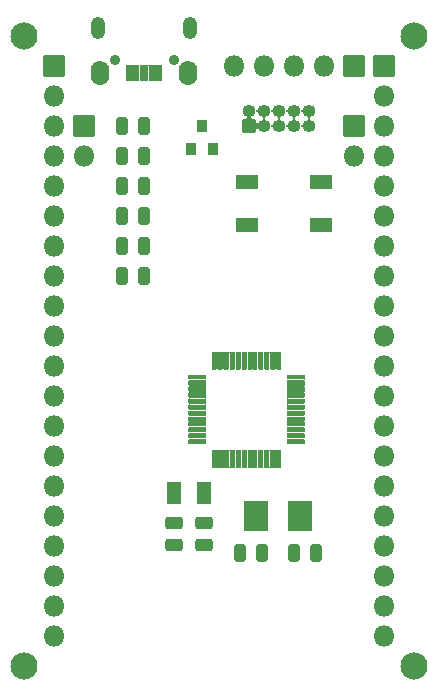
<source format=gbr>
G04 #@! TF.GenerationSoftware,KiCad,Pcbnew,7.0.1*
G04 #@! TF.CreationDate,2023-03-26T18:23:23+02:00*
G04 #@! TF.ProjectId,stm32{C_G}xxxCx_board,73746d33-327b-4432-9c47-7d7878784378,rev?*
G04 #@! TF.SameCoordinates,Original*
G04 #@! TF.FileFunction,Soldermask,Top*
G04 #@! TF.FilePolarity,Negative*
%FSLAX46Y46*%
G04 Gerber Fmt 4.6, Leading zero omitted, Abs format (unit mm)*
G04 Created by KiCad (PCBNEW 7.0.1) date 2023-03-26 18:23:23*
%MOMM*%
%LPD*%
G01*
G04 APERTURE LIST*
G04 Aperture macros list*
%AMRoundRect*
0 Rectangle with rounded corners*
0 $1 Rounding radius*
0 $2 $3 $4 $5 $6 $7 $8 $9 X,Y pos of 4 corners*
0 Add a 4 corners polygon primitive as box body*
4,1,4,$2,$3,$4,$5,$6,$7,$8,$9,$2,$3,0*
0 Add four circle primitives for the rounded corners*
1,1,$1+$1,$2,$3*
1,1,$1+$1,$4,$5*
1,1,$1+$1,$6,$7*
1,1,$1+$1,$8,$9*
0 Add four rect primitives between the rounded corners*
20,1,$1+$1,$2,$3,$4,$5,0*
20,1,$1+$1,$4,$5,$6,$7,0*
20,1,$1+$1,$6,$7,$8,$9,0*
20,1,$1+$1,$8,$9,$2,$3,0*%
G04 Aperture macros list end*
%ADD10RoundRect,0.051000X-0.850000X-0.850000X0.850000X-0.850000X0.850000X0.850000X-0.850000X0.850000X0*%
%ADD11O,1.802000X1.802000*%
%ADD12RoundRect,0.051000X0.400000X-0.450000X0.400000X0.450000X-0.400000X0.450000X-0.400000X-0.450000X0*%
%ADD13RoundRect,0.294750X-0.243750X-0.456250X0.243750X-0.456250X0.243750X0.456250X-0.243750X0.456250X0*%
%ADD14RoundRect,0.051000X-0.850000X0.850000X-0.850000X-0.850000X0.850000X-0.850000X0.850000X0.850000X0*%
%ADD15RoundRect,0.051000X0.500000X-0.500000X0.500000X0.500000X-0.500000X0.500000X-0.500000X-0.500000X0*%
%ADD16O,1.102000X1.102000*%
%ADD17RoundRect,0.051000X0.900000X0.550000X-0.900000X0.550000X-0.900000X-0.550000X0.900000X-0.550000X0*%
%ADD18RoundRect,0.294750X0.243750X0.456250X-0.243750X0.456250X-0.243750X-0.456250X0.243750X-0.456250X0*%
%ADD19RoundRect,0.294750X-0.456250X0.243750X-0.456250X-0.243750X0.456250X-0.243750X0.456250X0.243750X0*%
%ADD20C,2.302000*%
%ADD21RoundRect,0.051000X-0.500000X-0.900000X0.500000X-0.900000X0.500000X0.900000X-0.500000X0.900000X0*%
%ADD22RoundRect,0.051000X-1.000000X-1.200000X1.000000X-1.200000X1.000000X1.200000X-1.000000X1.200000X0*%
%ADD23O,0.902000X0.902000*%
%ADD24RoundRect,0.051000X0.225000X0.650000X-0.225000X0.650000X-0.225000X-0.650000X0.225000X-0.650000X0*%
%ADD25O,1.252000X1.902000*%
%ADD26O,1.552000X2.102000*%
%ADD27RoundRect,0.126000X0.075000X-0.662500X0.075000X0.662500X-0.075000X0.662500X-0.075000X-0.662500X0*%
%ADD28RoundRect,0.126000X0.662500X-0.075000X0.662500X0.075000X-0.662500X0.075000X-0.662500X-0.075000X0*%
G04 APERTURE END LIST*
D10*
X137160000Y-55880000D03*
D11*
X137160000Y-58420000D03*
X137160000Y-60960000D03*
X137160000Y-63500000D03*
X137160000Y-66040000D03*
X137160000Y-68580000D03*
X137160000Y-71120000D03*
X137160000Y-73660000D03*
X137160000Y-76200000D03*
X137160000Y-78740000D03*
X137160000Y-81280000D03*
X137160000Y-83820000D03*
X137160000Y-86360000D03*
X137160000Y-88900000D03*
X137160000Y-91440000D03*
X137160000Y-93980000D03*
X137160000Y-96520000D03*
X137160000Y-99060000D03*
X137160000Y-101600000D03*
X137160000Y-104140000D03*
D10*
X165100000Y-55880000D03*
D11*
X165100000Y-58420000D03*
X165100000Y-60960000D03*
X165100000Y-63500000D03*
X165100000Y-66040000D03*
X165100000Y-68580000D03*
X165100000Y-71120000D03*
X165100000Y-73660000D03*
X165100000Y-76200000D03*
X165100000Y-78740000D03*
X165100000Y-81280000D03*
X165100000Y-83820000D03*
X165100000Y-86360000D03*
X165100000Y-88900000D03*
X165100000Y-91440000D03*
X165100000Y-93980000D03*
X165100000Y-96520000D03*
X165100000Y-99060000D03*
X165100000Y-101600000D03*
X165100000Y-104140000D03*
D12*
X148722000Y-62960000D03*
X150622000Y-62960000D03*
X149672000Y-60960000D03*
D13*
X142904500Y-63500000D03*
X144779500Y-63500000D03*
X142904500Y-60960000D03*
X144779500Y-60960000D03*
D14*
X162560000Y-55880000D03*
D11*
X160020000Y-55880000D03*
X157480000Y-55880000D03*
X154940000Y-55880000D03*
X152400000Y-55880000D03*
D10*
X162560000Y-60960000D03*
D11*
X162560000Y-63500000D03*
D10*
X139700000Y-60960000D03*
D11*
X139700000Y-63500000D03*
D13*
X142904500Y-71120000D03*
X144779500Y-71120000D03*
X142904500Y-73660000D03*
X144779500Y-73660000D03*
D15*
X153670000Y-60960000D03*
D16*
X153670000Y-59690000D03*
X154940000Y-60960000D03*
X154940000Y-59690000D03*
X156210000Y-60960000D03*
X156210000Y-59690000D03*
X157480000Y-60960000D03*
X157480000Y-59690000D03*
X158750000Y-60960000D03*
X158750000Y-59690000D03*
D17*
X159785000Y-69390000D03*
X153485000Y-69390000D03*
X159785000Y-65690000D03*
X153485000Y-65690000D03*
D18*
X144779500Y-68580000D03*
X142904500Y-68580000D03*
X144779500Y-66040000D03*
X142904500Y-66040000D03*
X159355000Y-97155000D03*
X157480000Y-97155000D03*
D19*
X147320000Y-94615000D03*
X147320000Y-96490000D03*
X149860000Y-94615000D03*
X149860000Y-96490000D03*
D13*
X152908000Y-97155000D03*
X154783000Y-97155000D03*
D20*
X134620000Y-106680000D03*
X167640000Y-53340000D03*
X134620000Y-53340000D03*
X167640000Y-106680000D03*
D21*
X147340000Y-92075000D03*
X149840000Y-92075000D03*
D22*
X154300000Y-93980000D03*
X158000000Y-93980000D03*
D23*
X147280000Y-55410000D03*
X142280000Y-55410000D03*
D24*
X146080000Y-56510000D03*
X145430000Y-56510000D03*
X144780000Y-56510000D03*
X144130000Y-56510000D03*
X143480000Y-56510000D03*
D25*
X148655000Y-52660000D03*
D26*
X148505000Y-56460000D03*
X141055000Y-56460000D03*
D25*
X140905000Y-52660000D03*
D27*
X150710000Y-89157500D03*
X151210000Y-89157500D03*
X151710000Y-89157500D03*
X152210000Y-89157500D03*
X152710000Y-89157500D03*
X153210000Y-89157500D03*
X153710000Y-89157500D03*
X154210000Y-89157500D03*
X154710000Y-89157500D03*
X155210000Y-89157500D03*
X155710000Y-89157500D03*
X156210000Y-89157500D03*
D28*
X157622500Y-87745000D03*
X157622500Y-87245000D03*
X157622500Y-86745000D03*
X157622500Y-86245000D03*
X157622500Y-85745000D03*
X157622500Y-85245000D03*
X157622500Y-84745000D03*
X157622500Y-84245000D03*
X157622500Y-83745000D03*
X157622500Y-83245000D03*
X157622500Y-82745000D03*
X157622500Y-82245000D03*
D27*
X156210000Y-80832500D03*
X155710000Y-80832500D03*
X155210000Y-80832500D03*
X154710000Y-80832500D03*
X154210000Y-80832500D03*
X153710000Y-80832500D03*
X153210000Y-80832500D03*
X152710000Y-80832500D03*
X152210000Y-80832500D03*
X151710000Y-80832500D03*
X151210000Y-80832500D03*
X150710000Y-80832500D03*
D28*
X149297500Y-82245000D03*
X149297500Y-82745000D03*
X149297500Y-83245000D03*
X149297500Y-83745000D03*
X149297500Y-84245000D03*
X149297500Y-84745000D03*
X149297500Y-85245000D03*
X149297500Y-85745000D03*
X149297500Y-86245000D03*
X149297500Y-86745000D03*
X149297500Y-87245000D03*
X149297500Y-87745000D03*
G36*
X156044314Y-88410477D02*
G01*
X156044083Y-88412231D01*
X156020475Y-88447561D01*
X156011000Y-88495199D01*
X156011000Y-89819801D01*
X156020475Y-89867438D01*
X156044082Y-89902768D01*
X156044313Y-89904522D01*
X156043062Y-89905773D01*
X156041308Y-89905542D01*
X155997309Y-89876143D01*
X155922687Y-89876143D01*
X155878693Y-89905538D01*
X155876939Y-89905769D01*
X155875688Y-89904518D01*
X155875919Y-89902764D01*
X155899524Y-89867438D01*
X155909000Y-89819801D01*
X155909000Y-88495199D01*
X155899524Y-88447561D01*
X155875917Y-88412231D01*
X155875686Y-88410477D01*
X155876937Y-88409226D01*
X155878691Y-88409457D01*
X155922689Y-88438856D01*
X155997311Y-88438856D01*
X156041309Y-88409457D01*
X156043063Y-88409226D01*
X156044314Y-88410477D01*
G37*
G36*
X155544314Y-88410477D02*
G01*
X155544083Y-88412231D01*
X155520475Y-88447561D01*
X155511000Y-88495199D01*
X155511000Y-89819801D01*
X155520475Y-89867438D01*
X155544082Y-89902768D01*
X155544313Y-89904522D01*
X155543062Y-89905773D01*
X155541308Y-89905542D01*
X155497309Y-89876143D01*
X155422687Y-89876143D01*
X155378693Y-89905538D01*
X155376939Y-89905769D01*
X155375688Y-89904518D01*
X155375919Y-89902764D01*
X155399524Y-89867438D01*
X155409000Y-89819801D01*
X155409000Y-88495199D01*
X155399524Y-88447561D01*
X155375917Y-88412231D01*
X155375686Y-88410477D01*
X155376937Y-88409226D01*
X155378691Y-88409457D01*
X155422689Y-88438856D01*
X155497311Y-88438856D01*
X155541309Y-88409457D01*
X155543063Y-88409226D01*
X155544314Y-88410477D01*
G37*
G36*
X155044314Y-88410477D02*
G01*
X155044083Y-88412231D01*
X155020475Y-88447561D01*
X155011000Y-88495199D01*
X155011000Y-89819801D01*
X155020475Y-89867438D01*
X155044082Y-89902768D01*
X155044313Y-89904522D01*
X155043062Y-89905773D01*
X155041308Y-89905542D01*
X154997309Y-89876143D01*
X154922687Y-89876143D01*
X154878693Y-89905538D01*
X154876939Y-89905769D01*
X154875688Y-89904518D01*
X154875919Y-89902764D01*
X154899524Y-89867438D01*
X154909000Y-89819801D01*
X154909000Y-88495199D01*
X154899524Y-88447561D01*
X154875917Y-88412231D01*
X154875686Y-88410477D01*
X154876937Y-88409226D01*
X154878691Y-88409457D01*
X154922689Y-88438856D01*
X154997311Y-88438856D01*
X155041309Y-88409457D01*
X155043063Y-88409226D01*
X155044314Y-88410477D01*
G37*
G36*
X154544314Y-88410477D02*
G01*
X154544083Y-88412231D01*
X154520475Y-88447561D01*
X154511000Y-88495199D01*
X154511000Y-89819801D01*
X154520475Y-89867438D01*
X154544082Y-89902768D01*
X154544313Y-89904522D01*
X154543062Y-89905773D01*
X154541308Y-89905542D01*
X154497309Y-89876143D01*
X154422687Y-89876143D01*
X154378693Y-89905538D01*
X154376939Y-89905769D01*
X154375688Y-89904518D01*
X154375919Y-89902764D01*
X154399524Y-89867438D01*
X154409000Y-89819801D01*
X154409000Y-88495199D01*
X154399524Y-88447561D01*
X154375917Y-88412231D01*
X154375686Y-88410477D01*
X154376937Y-88409226D01*
X154378691Y-88409457D01*
X154422689Y-88438856D01*
X154497311Y-88438856D01*
X154541309Y-88409457D01*
X154543063Y-88409226D01*
X154544314Y-88410477D01*
G37*
G36*
X154044314Y-88410477D02*
G01*
X154044083Y-88412231D01*
X154020475Y-88447561D01*
X154011000Y-88495199D01*
X154011000Y-89819801D01*
X154020475Y-89867438D01*
X154044082Y-89902768D01*
X154044313Y-89904522D01*
X154043062Y-89905773D01*
X154041308Y-89905542D01*
X153997309Y-89876143D01*
X153922687Y-89876143D01*
X153878693Y-89905538D01*
X153876939Y-89905769D01*
X153875688Y-89904518D01*
X153875919Y-89902764D01*
X153899524Y-89867438D01*
X153909000Y-89819801D01*
X153909000Y-88495199D01*
X153899524Y-88447561D01*
X153875917Y-88412231D01*
X153875686Y-88410477D01*
X153876937Y-88409226D01*
X153878691Y-88409457D01*
X153922689Y-88438856D01*
X153997311Y-88438856D01*
X154041309Y-88409457D01*
X154043063Y-88409226D01*
X154044314Y-88410477D01*
G37*
G36*
X153544314Y-88410477D02*
G01*
X153544083Y-88412231D01*
X153520475Y-88447561D01*
X153511000Y-88495199D01*
X153511000Y-89819801D01*
X153520475Y-89867438D01*
X153544082Y-89902768D01*
X153544313Y-89904522D01*
X153543062Y-89905773D01*
X153541308Y-89905542D01*
X153497309Y-89876143D01*
X153422687Y-89876143D01*
X153378693Y-89905538D01*
X153376939Y-89905769D01*
X153375688Y-89904518D01*
X153375919Y-89902764D01*
X153399524Y-89867438D01*
X153409000Y-89819801D01*
X153409000Y-88495199D01*
X153399524Y-88447561D01*
X153375917Y-88412231D01*
X153375686Y-88410477D01*
X153376937Y-88409226D01*
X153378691Y-88409457D01*
X153422689Y-88438856D01*
X153497311Y-88438856D01*
X153541309Y-88409457D01*
X153543063Y-88409226D01*
X153544314Y-88410477D01*
G37*
G36*
X153044314Y-88410477D02*
G01*
X153044083Y-88412231D01*
X153020475Y-88447561D01*
X153011000Y-88495199D01*
X153011000Y-89819801D01*
X153020475Y-89867438D01*
X153044082Y-89902768D01*
X153044313Y-89904522D01*
X153043062Y-89905773D01*
X153041308Y-89905542D01*
X152997309Y-89876143D01*
X152922687Y-89876143D01*
X152878693Y-89905538D01*
X152876939Y-89905769D01*
X152875688Y-89904518D01*
X152875919Y-89902764D01*
X152899524Y-89867438D01*
X152909000Y-89819801D01*
X152909000Y-88495199D01*
X152899524Y-88447561D01*
X152875917Y-88412231D01*
X152875686Y-88410477D01*
X152876937Y-88409226D01*
X152878691Y-88409457D01*
X152922689Y-88438856D01*
X152997311Y-88438856D01*
X153041309Y-88409457D01*
X153043063Y-88409226D01*
X153044314Y-88410477D01*
G37*
G36*
X152544314Y-88410477D02*
G01*
X152544083Y-88412231D01*
X152520475Y-88447561D01*
X152511000Y-88495199D01*
X152511000Y-89819801D01*
X152520475Y-89867438D01*
X152544082Y-89902768D01*
X152544313Y-89904522D01*
X152543062Y-89905773D01*
X152541308Y-89905542D01*
X152497309Y-89876143D01*
X152422687Y-89876143D01*
X152378693Y-89905538D01*
X152376939Y-89905769D01*
X152375688Y-89904518D01*
X152375919Y-89902764D01*
X152399524Y-89867438D01*
X152409000Y-89819801D01*
X152409000Y-88495199D01*
X152399524Y-88447561D01*
X152375917Y-88412231D01*
X152375686Y-88410477D01*
X152376937Y-88409226D01*
X152378691Y-88409457D01*
X152422689Y-88438856D01*
X152497311Y-88438856D01*
X152541309Y-88409457D01*
X152543063Y-88409226D01*
X152544314Y-88410477D01*
G37*
G36*
X152044314Y-88410477D02*
G01*
X152044083Y-88412231D01*
X152020475Y-88447561D01*
X152011000Y-88495199D01*
X152011000Y-89819801D01*
X152020475Y-89867438D01*
X152044082Y-89902768D01*
X152044313Y-89904522D01*
X152043062Y-89905773D01*
X152041308Y-89905542D01*
X151997309Y-89876143D01*
X151922687Y-89876143D01*
X151878693Y-89905538D01*
X151876939Y-89905769D01*
X151875688Y-89904518D01*
X151875919Y-89902764D01*
X151899524Y-89867438D01*
X151909000Y-89819801D01*
X151909000Y-88495199D01*
X151899524Y-88447561D01*
X151875917Y-88412231D01*
X151875686Y-88410477D01*
X151876937Y-88409226D01*
X151878691Y-88409457D01*
X151922689Y-88438856D01*
X151997311Y-88438856D01*
X152041309Y-88409457D01*
X152043063Y-88409226D01*
X152044314Y-88410477D01*
G37*
G36*
X151544314Y-88410477D02*
G01*
X151544083Y-88412231D01*
X151520475Y-88447561D01*
X151511000Y-88495199D01*
X151511000Y-89819801D01*
X151520475Y-89867438D01*
X151544082Y-89902768D01*
X151544313Y-89904522D01*
X151543062Y-89905773D01*
X151541308Y-89905542D01*
X151497309Y-89876143D01*
X151422687Y-89876143D01*
X151378693Y-89905538D01*
X151376939Y-89905769D01*
X151375688Y-89904518D01*
X151375919Y-89902764D01*
X151399524Y-89867438D01*
X151409000Y-89819801D01*
X151409000Y-88495199D01*
X151399524Y-88447561D01*
X151375917Y-88412231D01*
X151375686Y-88410477D01*
X151376937Y-88409226D01*
X151378691Y-88409457D01*
X151422689Y-88438856D01*
X151497311Y-88438856D01*
X151541309Y-88409457D01*
X151543063Y-88409226D01*
X151544314Y-88410477D01*
G37*
G36*
X151044314Y-88410477D02*
G01*
X151044083Y-88412231D01*
X151020475Y-88447561D01*
X151011000Y-88495199D01*
X151011000Y-89819801D01*
X151020475Y-89867438D01*
X151044082Y-89902768D01*
X151044313Y-89904522D01*
X151043062Y-89905773D01*
X151041308Y-89905542D01*
X150997309Y-89876143D01*
X150922687Y-89876143D01*
X150878693Y-89905538D01*
X150876939Y-89905769D01*
X150875688Y-89904518D01*
X150875919Y-89902764D01*
X150899524Y-89867438D01*
X150909000Y-89819801D01*
X150909000Y-88495199D01*
X150899524Y-88447561D01*
X150875917Y-88412231D01*
X150875686Y-88410477D01*
X150876937Y-88409226D01*
X150878691Y-88409457D01*
X150922689Y-88438856D01*
X150997311Y-88438856D01*
X151041309Y-88409457D01*
X151043063Y-88409226D01*
X151044314Y-88410477D01*
G37*
G36*
X156877231Y-87410917D02*
G01*
X156912561Y-87434524D01*
X156960199Y-87444000D01*
X158284801Y-87444000D01*
X158332438Y-87434524D01*
X158367765Y-87410919D01*
X158369519Y-87410688D01*
X158370770Y-87411939D01*
X158370539Y-87413693D01*
X158341143Y-87457689D01*
X158341143Y-87532311D01*
X158370539Y-87576307D01*
X158370770Y-87578061D01*
X158369519Y-87579312D01*
X158367765Y-87579081D01*
X158332438Y-87555475D01*
X158284801Y-87546000D01*
X156960199Y-87546000D01*
X156912561Y-87555475D01*
X156877231Y-87579083D01*
X156875477Y-87579314D01*
X156874226Y-87578063D01*
X156874457Y-87576309D01*
X156903856Y-87532311D01*
X156903856Y-87457689D01*
X156874457Y-87413691D01*
X156874226Y-87411937D01*
X156875477Y-87410686D01*
X156877231Y-87410917D01*
G37*
G36*
X148552231Y-87410917D02*
G01*
X148587561Y-87434524D01*
X148635199Y-87444000D01*
X149959801Y-87444000D01*
X150007438Y-87434524D01*
X150042765Y-87410919D01*
X150044519Y-87410688D01*
X150045770Y-87411939D01*
X150045539Y-87413693D01*
X150016143Y-87457689D01*
X150016143Y-87532311D01*
X150045539Y-87576307D01*
X150045770Y-87578061D01*
X150044519Y-87579312D01*
X150042765Y-87579081D01*
X150007438Y-87555475D01*
X149959801Y-87546000D01*
X148635199Y-87546000D01*
X148587561Y-87555475D01*
X148552231Y-87579083D01*
X148550477Y-87579314D01*
X148549226Y-87578063D01*
X148549457Y-87576309D01*
X148578856Y-87532311D01*
X148578856Y-87457689D01*
X148549457Y-87413691D01*
X148549226Y-87411937D01*
X148550477Y-87410686D01*
X148552231Y-87410917D01*
G37*
G36*
X156877233Y-86910918D02*
G01*
X156912561Y-86934524D01*
X156960199Y-86944000D01*
X158284801Y-86944000D01*
X158332438Y-86934524D01*
X158367763Y-86910920D01*
X158369517Y-86910689D01*
X158370768Y-86911940D01*
X158370537Y-86913694D01*
X158341143Y-86957687D01*
X158341143Y-87032309D01*
X158370542Y-87076308D01*
X158370773Y-87078062D01*
X158369522Y-87079313D01*
X158367768Y-87079082D01*
X158332438Y-87055475D01*
X158284801Y-87046000D01*
X156960199Y-87046000D01*
X156912561Y-87055475D01*
X156877230Y-87079083D01*
X156875476Y-87079314D01*
X156874225Y-87078063D01*
X156874456Y-87076309D01*
X156903856Y-87032309D01*
X156903856Y-86957688D01*
X156874459Y-86913692D01*
X156874228Y-86911938D01*
X156875479Y-86910687D01*
X156877233Y-86910918D01*
G37*
G36*
X148552233Y-86910918D02*
G01*
X148587561Y-86934524D01*
X148635199Y-86944000D01*
X149959801Y-86944000D01*
X150007438Y-86934524D01*
X150042763Y-86910920D01*
X150044517Y-86910689D01*
X150045768Y-86911940D01*
X150045537Y-86913694D01*
X150016143Y-86957687D01*
X150016143Y-87032309D01*
X150045542Y-87076308D01*
X150045773Y-87078062D01*
X150044522Y-87079313D01*
X150042768Y-87079082D01*
X150007438Y-87055475D01*
X149959801Y-87046000D01*
X148635199Y-87046000D01*
X148587561Y-87055475D01*
X148552230Y-87079083D01*
X148550476Y-87079314D01*
X148549225Y-87078063D01*
X148549456Y-87076309D01*
X148578856Y-87032309D01*
X148578856Y-86957688D01*
X148549459Y-86913692D01*
X148549228Y-86911938D01*
X148550479Y-86910687D01*
X148552233Y-86910918D01*
G37*
G36*
X156877233Y-86410918D02*
G01*
X156912561Y-86434524D01*
X156960199Y-86444000D01*
X158284801Y-86444000D01*
X158332438Y-86434524D01*
X158367763Y-86410920D01*
X158369517Y-86410689D01*
X158370768Y-86411940D01*
X158370537Y-86413694D01*
X158341143Y-86457687D01*
X158341143Y-86532309D01*
X158370542Y-86576308D01*
X158370773Y-86578062D01*
X158369522Y-86579313D01*
X158367768Y-86579082D01*
X158332438Y-86555475D01*
X158284801Y-86546000D01*
X156960199Y-86546000D01*
X156912561Y-86555475D01*
X156877230Y-86579083D01*
X156875476Y-86579314D01*
X156874225Y-86578063D01*
X156874456Y-86576309D01*
X156903856Y-86532309D01*
X156903856Y-86457688D01*
X156874459Y-86413692D01*
X156874228Y-86411938D01*
X156875479Y-86410687D01*
X156877233Y-86410918D01*
G37*
G36*
X148552233Y-86410918D02*
G01*
X148587561Y-86434524D01*
X148635199Y-86444000D01*
X149959801Y-86444000D01*
X150007438Y-86434524D01*
X150042763Y-86410920D01*
X150044517Y-86410689D01*
X150045768Y-86411940D01*
X150045537Y-86413694D01*
X150016143Y-86457687D01*
X150016143Y-86532309D01*
X150045542Y-86576308D01*
X150045773Y-86578062D01*
X150044522Y-86579313D01*
X150042768Y-86579082D01*
X150007438Y-86555475D01*
X149959801Y-86546000D01*
X148635199Y-86546000D01*
X148587561Y-86555475D01*
X148552230Y-86579083D01*
X148550476Y-86579314D01*
X148549225Y-86578063D01*
X148549456Y-86576309D01*
X148578856Y-86532309D01*
X148578856Y-86457688D01*
X148549459Y-86413692D01*
X148549228Y-86411938D01*
X148550479Y-86410687D01*
X148552233Y-86410918D01*
G37*
G36*
X156877231Y-85910917D02*
G01*
X156912561Y-85934524D01*
X156960199Y-85944000D01*
X158284801Y-85944000D01*
X158332438Y-85934524D01*
X158367765Y-85910919D01*
X158369519Y-85910688D01*
X158370770Y-85911939D01*
X158370539Y-85913693D01*
X158341143Y-85957689D01*
X158341143Y-86032311D01*
X158370539Y-86076307D01*
X158370770Y-86078061D01*
X158369519Y-86079312D01*
X158367765Y-86079081D01*
X158332438Y-86055475D01*
X158284801Y-86046000D01*
X156960199Y-86046000D01*
X156912561Y-86055475D01*
X156877231Y-86079083D01*
X156875477Y-86079314D01*
X156874226Y-86078063D01*
X156874457Y-86076309D01*
X156903856Y-86032311D01*
X156903856Y-85957689D01*
X156874457Y-85913691D01*
X156874226Y-85911937D01*
X156875477Y-85910686D01*
X156877231Y-85910917D01*
G37*
G36*
X148552231Y-85910917D02*
G01*
X148587561Y-85934524D01*
X148635199Y-85944000D01*
X149959801Y-85944000D01*
X150007438Y-85934524D01*
X150042765Y-85910919D01*
X150044519Y-85910688D01*
X150045770Y-85911939D01*
X150045539Y-85913693D01*
X150016143Y-85957689D01*
X150016143Y-86032311D01*
X150045539Y-86076307D01*
X150045770Y-86078061D01*
X150044519Y-86079312D01*
X150042765Y-86079081D01*
X150007438Y-86055475D01*
X149959801Y-86046000D01*
X148635199Y-86046000D01*
X148587561Y-86055475D01*
X148552231Y-86079083D01*
X148550477Y-86079314D01*
X148549226Y-86078063D01*
X148549457Y-86076309D01*
X148578856Y-86032311D01*
X148578856Y-85957689D01*
X148549457Y-85913691D01*
X148549226Y-85911937D01*
X148550477Y-85910686D01*
X148552231Y-85910917D01*
G37*
G36*
X156877231Y-85410917D02*
G01*
X156912561Y-85434524D01*
X156960199Y-85444000D01*
X158284801Y-85444000D01*
X158332438Y-85434524D01*
X158367765Y-85410919D01*
X158369519Y-85410688D01*
X158370770Y-85411939D01*
X158370539Y-85413693D01*
X158341143Y-85457689D01*
X158341143Y-85532311D01*
X158370539Y-85576307D01*
X158370770Y-85578061D01*
X158369519Y-85579312D01*
X158367765Y-85579081D01*
X158332438Y-85555475D01*
X158284801Y-85546000D01*
X156960199Y-85546000D01*
X156912561Y-85555475D01*
X156877231Y-85579083D01*
X156875477Y-85579314D01*
X156874226Y-85578063D01*
X156874457Y-85576309D01*
X156903856Y-85532311D01*
X156903856Y-85457689D01*
X156874457Y-85413691D01*
X156874226Y-85411937D01*
X156875477Y-85410686D01*
X156877231Y-85410917D01*
G37*
G36*
X148552231Y-85410917D02*
G01*
X148587561Y-85434524D01*
X148635199Y-85444000D01*
X149959801Y-85444000D01*
X150007438Y-85434524D01*
X150042765Y-85410919D01*
X150044519Y-85410688D01*
X150045770Y-85411939D01*
X150045539Y-85413693D01*
X150016143Y-85457689D01*
X150016143Y-85532311D01*
X150045539Y-85576307D01*
X150045770Y-85578061D01*
X150044519Y-85579312D01*
X150042765Y-85579081D01*
X150007438Y-85555475D01*
X149959801Y-85546000D01*
X148635199Y-85546000D01*
X148587561Y-85555475D01*
X148552231Y-85579083D01*
X148550477Y-85579314D01*
X148549226Y-85578063D01*
X148549457Y-85576309D01*
X148578856Y-85532311D01*
X148578856Y-85457689D01*
X148549457Y-85413691D01*
X148549226Y-85411937D01*
X148550477Y-85410686D01*
X148552231Y-85410917D01*
G37*
G36*
X156877233Y-84910918D02*
G01*
X156912561Y-84934524D01*
X156960199Y-84944000D01*
X158284801Y-84944000D01*
X158332438Y-84934524D01*
X158367763Y-84910920D01*
X158369517Y-84910689D01*
X158370768Y-84911940D01*
X158370537Y-84913694D01*
X158341143Y-84957687D01*
X158341143Y-85032309D01*
X158370542Y-85076308D01*
X158370773Y-85078062D01*
X158369522Y-85079313D01*
X158367768Y-85079082D01*
X158332438Y-85055475D01*
X158284801Y-85046000D01*
X156960199Y-85046000D01*
X156912561Y-85055475D01*
X156877230Y-85079083D01*
X156875476Y-85079314D01*
X156874225Y-85078063D01*
X156874456Y-85076309D01*
X156903856Y-85032309D01*
X156903856Y-84957688D01*
X156874459Y-84913692D01*
X156874228Y-84911938D01*
X156875479Y-84910687D01*
X156877233Y-84910918D01*
G37*
G36*
X148552233Y-84910918D02*
G01*
X148587561Y-84934524D01*
X148635199Y-84944000D01*
X149959801Y-84944000D01*
X150007438Y-84934524D01*
X150042763Y-84910920D01*
X150044517Y-84910689D01*
X150045768Y-84911940D01*
X150045537Y-84913694D01*
X150016143Y-84957687D01*
X150016143Y-85032309D01*
X150045542Y-85076308D01*
X150045773Y-85078062D01*
X150044522Y-85079313D01*
X150042768Y-85079082D01*
X150007438Y-85055475D01*
X149959801Y-85046000D01*
X148635199Y-85046000D01*
X148587561Y-85055475D01*
X148552230Y-85079083D01*
X148550476Y-85079314D01*
X148549225Y-85078063D01*
X148549456Y-85076309D01*
X148578856Y-85032309D01*
X148578856Y-84957688D01*
X148549459Y-84913692D01*
X148549228Y-84911938D01*
X148550479Y-84910687D01*
X148552233Y-84910918D01*
G37*
G36*
X156877231Y-84410917D02*
G01*
X156912561Y-84434524D01*
X156960199Y-84444000D01*
X158284801Y-84444000D01*
X158332438Y-84434524D01*
X158367765Y-84410919D01*
X158369519Y-84410688D01*
X158370770Y-84411939D01*
X158370539Y-84413693D01*
X158341143Y-84457689D01*
X158341143Y-84532311D01*
X158370539Y-84576307D01*
X158370770Y-84578061D01*
X158369519Y-84579312D01*
X158367765Y-84579081D01*
X158332438Y-84555475D01*
X158284801Y-84546000D01*
X156960199Y-84546000D01*
X156912561Y-84555475D01*
X156877231Y-84579083D01*
X156875477Y-84579314D01*
X156874226Y-84578063D01*
X156874457Y-84576309D01*
X156903856Y-84532311D01*
X156903856Y-84457689D01*
X156874457Y-84413691D01*
X156874226Y-84411937D01*
X156875477Y-84410686D01*
X156877231Y-84410917D01*
G37*
G36*
X148552231Y-84410917D02*
G01*
X148587561Y-84434524D01*
X148635199Y-84444000D01*
X149959801Y-84444000D01*
X150007438Y-84434524D01*
X150042765Y-84410919D01*
X150044519Y-84410688D01*
X150045770Y-84411939D01*
X150045539Y-84413693D01*
X150016143Y-84457689D01*
X150016143Y-84532311D01*
X150045539Y-84576307D01*
X150045770Y-84578061D01*
X150044519Y-84579312D01*
X150042765Y-84579081D01*
X150007438Y-84555475D01*
X149959801Y-84546000D01*
X148635199Y-84546000D01*
X148587561Y-84555475D01*
X148552231Y-84579083D01*
X148550477Y-84579314D01*
X148549226Y-84578063D01*
X148549457Y-84576309D01*
X148578856Y-84532311D01*
X148578856Y-84457689D01*
X148549457Y-84413691D01*
X148549226Y-84411937D01*
X148550477Y-84410686D01*
X148552231Y-84410917D01*
G37*
G36*
X156877231Y-83910917D02*
G01*
X156912561Y-83934524D01*
X156960199Y-83944000D01*
X158284801Y-83944000D01*
X158332438Y-83934524D01*
X158367763Y-83910920D01*
X158369517Y-83910689D01*
X158370768Y-83911940D01*
X158370537Y-83913694D01*
X158341143Y-83957687D01*
X158341143Y-84032309D01*
X158370542Y-84076308D01*
X158370773Y-84078062D01*
X158369522Y-84079313D01*
X158367768Y-84079082D01*
X158332438Y-84055475D01*
X158284801Y-84046000D01*
X156960199Y-84046000D01*
X156912561Y-84055475D01*
X156877231Y-84079083D01*
X156875477Y-84079314D01*
X156874226Y-84078063D01*
X156874457Y-84076309D01*
X156903856Y-84032311D01*
X156903856Y-83957689D01*
X156874457Y-83913691D01*
X156874226Y-83911937D01*
X156875477Y-83910686D01*
X156877231Y-83910917D01*
G37*
G36*
X148552231Y-83910917D02*
G01*
X148587561Y-83934524D01*
X148635199Y-83944000D01*
X149959801Y-83944000D01*
X150007438Y-83934524D01*
X150042763Y-83910920D01*
X150044517Y-83910689D01*
X150045768Y-83911940D01*
X150045537Y-83913694D01*
X150016143Y-83957687D01*
X150016143Y-84032309D01*
X150045542Y-84076308D01*
X150045773Y-84078062D01*
X150044522Y-84079313D01*
X150042768Y-84079082D01*
X150007438Y-84055475D01*
X149959801Y-84046000D01*
X148635199Y-84046000D01*
X148587561Y-84055475D01*
X148552231Y-84079083D01*
X148550477Y-84079314D01*
X148549226Y-84078063D01*
X148549457Y-84076309D01*
X148578856Y-84032311D01*
X148578856Y-83957689D01*
X148549457Y-83913691D01*
X148549226Y-83911937D01*
X148550477Y-83910686D01*
X148552231Y-83910917D01*
G37*
G36*
X156877231Y-83410917D02*
G01*
X156912561Y-83434524D01*
X156960199Y-83444000D01*
X158284801Y-83444000D01*
X158332438Y-83434524D01*
X158367765Y-83410919D01*
X158369519Y-83410688D01*
X158370770Y-83411939D01*
X158370539Y-83413693D01*
X158341143Y-83457689D01*
X158341143Y-83532311D01*
X158370539Y-83576307D01*
X158370770Y-83578061D01*
X158369519Y-83579312D01*
X158367765Y-83579081D01*
X158332438Y-83555475D01*
X158284801Y-83546000D01*
X156960199Y-83546000D01*
X156912561Y-83555475D01*
X156877231Y-83579083D01*
X156875477Y-83579314D01*
X156874226Y-83578063D01*
X156874457Y-83576309D01*
X156903856Y-83532311D01*
X156903856Y-83457689D01*
X156874457Y-83413691D01*
X156874226Y-83411937D01*
X156875477Y-83410686D01*
X156877231Y-83410917D01*
G37*
G36*
X148552231Y-83410917D02*
G01*
X148587561Y-83434524D01*
X148635199Y-83444000D01*
X149959801Y-83444000D01*
X150007438Y-83434524D01*
X150042765Y-83410919D01*
X150044519Y-83410688D01*
X150045770Y-83411939D01*
X150045539Y-83413693D01*
X150016143Y-83457689D01*
X150016143Y-83532311D01*
X150045539Y-83576307D01*
X150045770Y-83578061D01*
X150044519Y-83579312D01*
X150042765Y-83579081D01*
X150007438Y-83555475D01*
X149959801Y-83546000D01*
X148635199Y-83546000D01*
X148587561Y-83555475D01*
X148552231Y-83579083D01*
X148550477Y-83579314D01*
X148549226Y-83578063D01*
X148549457Y-83576309D01*
X148578856Y-83532311D01*
X148578856Y-83457689D01*
X148549457Y-83413691D01*
X148549226Y-83411937D01*
X148550477Y-83410686D01*
X148552231Y-83410917D01*
G37*
G36*
X156877231Y-82910917D02*
G01*
X156912561Y-82934524D01*
X156960199Y-82944000D01*
X158284801Y-82944000D01*
X158332438Y-82934524D01*
X158367765Y-82910919D01*
X158369519Y-82910688D01*
X158370770Y-82911939D01*
X158370539Y-82913693D01*
X158341143Y-82957689D01*
X158341143Y-83032311D01*
X158370539Y-83076307D01*
X158370770Y-83078061D01*
X158369519Y-83079312D01*
X158367765Y-83079081D01*
X158332438Y-83055475D01*
X158284801Y-83046000D01*
X156960199Y-83046000D01*
X156912561Y-83055475D01*
X156877231Y-83079083D01*
X156875477Y-83079314D01*
X156874226Y-83078063D01*
X156874457Y-83076309D01*
X156903856Y-83032311D01*
X156903856Y-82957689D01*
X156874457Y-82913691D01*
X156874226Y-82911937D01*
X156875477Y-82910686D01*
X156877231Y-82910917D01*
G37*
G36*
X148552231Y-82910917D02*
G01*
X148587561Y-82934524D01*
X148635199Y-82944000D01*
X149959801Y-82944000D01*
X150007438Y-82934524D01*
X150042765Y-82910919D01*
X150044519Y-82910688D01*
X150045770Y-82911939D01*
X150045539Y-82913693D01*
X150016143Y-82957689D01*
X150016143Y-83032311D01*
X150045539Y-83076307D01*
X150045770Y-83078061D01*
X150044519Y-83079312D01*
X150042765Y-83079081D01*
X150007438Y-83055475D01*
X149959801Y-83046000D01*
X148635199Y-83046000D01*
X148587561Y-83055475D01*
X148552231Y-83079083D01*
X148550477Y-83079314D01*
X148549226Y-83078063D01*
X148549457Y-83076309D01*
X148578856Y-83032311D01*
X148578856Y-82957689D01*
X148549457Y-82913691D01*
X148549226Y-82911937D01*
X148550477Y-82910686D01*
X148552231Y-82910917D01*
G37*
G36*
X156877231Y-82410917D02*
G01*
X156912561Y-82434524D01*
X156960199Y-82444000D01*
X158284801Y-82444000D01*
X158332438Y-82434524D01*
X158367765Y-82410919D01*
X158369519Y-82410688D01*
X158370770Y-82411939D01*
X158370539Y-82413693D01*
X158341143Y-82457689D01*
X158341143Y-82532311D01*
X158370539Y-82576307D01*
X158370770Y-82578061D01*
X158369519Y-82579312D01*
X158367765Y-82579081D01*
X158332438Y-82555475D01*
X158284801Y-82546000D01*
X156960199Y-82546000D01*
X156912561Y-82555475D01*
X156877231Y-82579083D01*
X156875477Y-82579314D01*
X156874226Y-82578063D01*
X156874457Y-82576309D01*
X156903856Y-82532311D01*
X156903856Y-82457689D01*
X156874457Y-82413691D01*
X156874226Y-82411937D01*
X156875477Y-82410686D01*
X156877231Y-82410917D01*
G37*
G36*
X148552231Y-82410917D02*
G01*
X148587561Y-82434524D01*
X148635199Y-82444000D01*
X149959801Y-82444000D01*
X150007438Y-82434524D01*
X150042765Y-82410919D01*
X150044519Y-82410688D01*
X150045770Y-82411939D01*
X150045539Y-82413693D01*
X150016143Y-82457689D01*
X150016143Y-82532311D01*
X150045539Y-82576307D01*
X150045770Y-82578061D01*
X150044519Y-82579312D01*
X150042765Y-82579081D01*
X150007438Y-82555475D01*
X149959801Y-82546000D01*
X148635199Y-82546000D01*
X148587561Y-82555475D01*
X148552231Y-82579083D01*
X148550477Y-82579314D01*
X148549226Y-82578063D01*
X148549457Y-82576309D01*
X148578856Y-82532311D01*
X148578856Y-82457689D01*
X148549457Y-82413691D01*
X148549226Y-82411937D01*
X148550477Y-82410686D01*
X148552231Y-82410917D01*
G37*
G36*
X156044314Y-80085477D02*
G01*
X156044083Y-80087231D01*
X156020475Y-80122561D01*
X156011000Y-80170199D01*
X156011000Y-81494801D01*
X156020475Y-81542438D01*
X156044081Y-81577765D01*
X156044312Y-81579519D01*
X156043061Y-81580770D01*
X156041307Y-81580539D01*
X155997311Y-81551143D01*
X155922689Y-81551143D01*
X155878693Y-81580539D01*
X155876939Y-81580770D01*
X155875688Y-81579519D01*
X155875919Y-81577765D01*
X155899524Y-81542438D01*
X155909000Y-81494801D01*
X155909000Y-80170199D01*
X155899524Y-80122561D01*
X155875917Y-80087231D01*
X155875686Y-80085477D01*
X155876937Y-80084226D01*
X155878691Y-80084457D01*
X155922689Y-80113856D01*
X155997311Y-80113856D01*
X156041309Y-80084457D01*
X156043063Y-80084226D01*
X156044314Y-80085477D01*
G37*
G36*
X155544314Y-80085477D02*
G01*
X155544083Y-80087231D01*
X155520475Y-80122561D01*
X155511000Y-80170199D01*
X155511000Y-81494801D01*
X155520475Y-81542438D01*
X155544081Y-81577765D01*
X155544312Y-81579519D01*
X155543061Y-81580770D01*
X155541307Y-81580539D01*
X155497311Y-81551143D01*
X155422689Y-81551143D01*
X155378693Y-81580539D01*
X155376939Y-81580770D01*
X155375688Y-81579519D01*
X155375919Y-81577765D01*
X155399524Y-81542438D01*
X155409000Y-81494801D01*
X155409000Y-80170199D01*
X155399524Y-80122561D01*
X155375917Y-80087231D01*
X155375686Y-80085477D01*
X155376937Y-80084226D01*
X155378691Y-80084457D01*
X155422689Y-80113856D01*
X155497311Y-80113856D01*
X155541309Y-80084457D01*
X155543063Y-80084226D01*
X155544314Y-80085477D01*
G37*
G36*
X155044314Y-80085477D02*
G01*
X155044083Y-80087231D01*
X155020475Y-80122561D01*
X155011000Y-80170199D01*
X155011000Y-81494801D01*
X155020475Y-81542438D01*
X155044081Y-81577765D01*
X155044312Y-81579519D01*
X155043061Y-81580770D01*
X155041307Y-81580539D01*
X154997311Y-81551143D01*
X154922689Y-81551143D01*
X154878693Y-81580539D01*
X154876939Y-81580770D01*
X154875688Y-81579519D01*
X154875919Y-81577765D01*
X154899524Y-81542438D01*
X154909000Y-81494801D01*
X154909000Y-80170199D01*
X154899524Y-80122561D01*
X154875917Y-80087231D01*
X154875686Y-80085477D01*
X154876937Y-80084226D01*
X154878691Y-80084457D01*
X154922689Y-80113856D01*
X154997311Y-80113856D01*
X155041309Y-80084457D01*
X155043063Y-80084226D01*
X155044314Y-80085477D01*
G37*
G36*
X154544314Y-80085477D02*
G01*
X154544083Y-80087231D01*
X154520475Y-80122561D01*
X154511000Y-80170199D01*
X154511000Y-81494801D01*
X154520475Y-81542438D01*
X154544081Y-81577765D01*
X154544312Y-81579519D01*
X154543061Y-81580770D01*
X154541307Y-81580539D01*
X154497311Y-81551143D01*
X154422689Y-81551143D01*
X154378693Y-81580539D01*
X154376939Y-81580770D01*
X154375688Y-81579519D01*
X154375919Y-81577765D01*
X154399524Y-81542438D01*
X154409000Y-81494801D01*
X154409000Y-80170199D01*
X154399524Y-80122561D01*
X154375917Y-80087231D01*
X154375686Y-80085477D01*
X154376937Y-80084226D01*
X154378691Y-80084457D01*
X154422689Y-80113856D01*
X154497311Y-80113856D01*
X154541309Y-80084457D01*
X154543063Y-80084226D01*
X154544314Y-80085477D01*
G37*
G36*
X154044314Y-80085477D02*
G01*
X154044083Y-80087231D01*
X154020475Y-80122561D01*
X154011000Y-80170199D01*
X154011000Y-81494801D01*
X154020475Y-81542438D01*
X154044081Y-81577765D01*
X154044312Y-81579519D01*
X154043061Y-81580770D01*
X154041307Y-81580539D01*
X153997311Y-81551143D01*
X153922689Y-81551143D01*
X153878693Y-81580539D01*
X153876939Y-81580770D01*
X153875688Y-81579519D01*
X153875919Y-81577765D01*
X153899524Y-81542438D01*
X153909000Y-81494801D01*
X153909000Y-80170199D01*
X153899524Y-80122561D01*
X153875917Y-80087231D01*
X153875686Y-80085477D01*
X153876937Y-80084226D01*
X153878691Y-80084457D01*
X153922689Y-80113856D01*
X153997311Y-80113856D01*
X154041309Y-80084457D01*
X154043063Y-80084226D01*
X154044314Y-80085477D01*
G37*
G36*
X153544314Y-80085477D02*
G01*
X153544083Y-80087231D01*
X153520475Y-80122561D01*
X153511000Y-80170199D01*
X153511000Y-81494801D01*
X153520475Y-81542438D01*
X153544081Y-81577765D01*
X153544312Y-81579519D01*
X153543061Y-81580770D01*
X153541307Y-81580539D01*
X153497311Y-81551143D01*
X153422689Y-81551143D01*
X153378693Y-81580539D01*
X153376939Y-81580770D01*
X153375688Y-81579519D01*
X153375919Y-81577765D01*
X153399524Y-81542438D01*
X153409000Y-81494801D01*
X153409000Y-80170199D01*
X153399524Y-80122561D01*
X153375917Y-80087231D01*
X153375686Y-80085477D01*
X153376937Y-80084226D01*
X153378691Y-80084457D01*
X153422689Y-80113856D01*
X153497311Y-80113856D01*
X153541309Y-80084457D01*
X153543063Y-80084226D01*
X153544314Y-80085477D01*
G37*
G36*
X153044314Y-80085477D02*
G01*
X153044083Y-80087231D01*
X153020475Y-80122561D01*
X153011000Y-80170199D01*
X153011000Y-81494801D01*
X153020475Y-81542438D01*
X153044081Y-81577765D01*
X153044312Y-81579519D01*
X153043061Y-81580770D01*
X153041307Y-81580539D01*
X152997311Y-81551143D01*
X152922689Y-81551143D01*
X152878693Y-81580539D01*
X152876939Y-81580770D01*
X152875688Y-81579519D01*
X152875919Y-81577765D01*
X152899524Y-81542438D01*
X152909000Y-81494801D01*
X152909000Y-80170199D01*
X152899524Y-80122561D01*
X152875917Y-80087231D01*
X152875686Y-80085477D01*
X152876937Y-80084226D01*
X152878691Y-80084457D01*
X152922689Y-80113856D01*
X152997311Y-80113856D01*
X153041309Y-80084457D01*
X153043063Y-80084226D01*
X153044314Y-80085477D01*
G37*
G36*
X152544314Y-80085477D02*
G01*
X152544083Y-80087231D01*
X152520475Y-80122561D01*
X152511000Y-80170199D01*
X152511000Y-81494801D01*
X152520475Y-81542438D01*
X152544081Y-81577765D01*
X152544312Y-81579519D01*
X152543061Y-81580770D01*
X152541307Y-81580539D01*
X152497311Y-81551143D01*
X152422689Y-81551143D01*
X152378693Y-81580539D01*
X152376939Y-81580770D01*
X152375688Y-81579519D01*
X152375919Y-81577765D01*
X152399524Y-81542438D01*
X152409000Y-81494801D01*
X152409000Y-80170199D01*
X152399524Y-80122561D01*
X152375917Y-80087231D01*
X152375686Y-80085477D01*
X152376937Y-80084226D01*
X152378691Y-80084457D01*
X152422689Y-80113856D01*
X152497311Y-80113856D01*
X152541309Y-80084457D01*
X152543063Y-80084226D01*
X152544314Y-80085477D01*
G37*
G36*
X152044314Y-80085477D02*
G01*
X152044083Y-80087231D01*
X152020475Y-80122561D01*
X152011000Y-80170199D01*
X152011000Y-81494801D01*
X152020475Y-81542438D01*
X152044081Y-81577765D01*
X152044312Y-81579519D01*
X152043061Y-81580770D01*
X152041307Y-81580539D01*
X151997311Y-81551143D01*
X151922689Y-81551143D01*
X151878693Y-81580539D01*
X151876939Y-81580770D01*
X151875688Y-81579519D01*
X151875919Y-81577765D01*
X151899524Y-81542438D01*
X151909000Y-81494801D01*
X151909000Y-80170199D01*
X151899524Y-80122561D01*
X151875917Y-80087231D01*
X151875686Y-80085477D01*
X151876937Y-80084226D01*
X151878691Y-80084457D01*
X151922689Y-80113856D01*
X151997311Y-80113856D01*
X152041309Y-80084457D01*
X152043063Y-80084226D01*
X152044314Y-80085477D01*
G37*
G36*
X151544314Y-80085477D02*
G01*
X151544083Y-80087231D01*
X151520475Y-80122561D01*
X151511000Y-80170199D01*
X151511000Y-81494801D01*
X151520475Y-81542438D01*
X151544081Y-81577765D01*
X151544312Y-81579519D01*
X151543061Y-81580770D01*
X151541307Y-81580539D01*
X151497311Y-81551143D01*
X151422689Y-81551143D01*
X151378693Y-81580539D01*
X151376939Y-81580770D01*
X151375688Y-81579519D01*
X151375919Y-81577765D01*
X151399524Y-81542438D01*
X151409000Y-81494801D01*
X151409000Y-80170199D01*
X151399524Y-80122561D01*
X151375917Y-80087231D01*
X151375686Y-80085477D01*
X151376937Y-80084226D01*
X151378691Y-80084457D01*
X151422689Y-80113856D01*
X151497311Y-80113856D01*
X151541309Y-80084457D01*
X151543063Y-80084226D01*
X151544314Y-80085477D01*
G37*
G36*
X151044314Y-80085477D02*
G01*
X151044083Y-80087231D01*
X151020475Y-80122561D01*
X151011000Y-80170199D01*
X151011000Y-81494801D01*
X151020475Y-81542438D01*
X151044081Y-81577765D01*
X151044312Y-81579519D01*
X151043061Y-81580770D01*
X151041307Y-81580539D01*
X150997311Y-81551143D01*
X150922689Y-81551143D01*
X150878693Y-81580539D01*
X150876939Y-81580770D01*
X150875688Y-81579519D01*
X150875919Y-81577765D01*
X150899524Y-81542438D01*
X150909000Y-81494801D01*
X150909000Y-80170199D01*
X150899524Y-80122561D01*
X150875917Y-80087231D01*
X150875686Y-80085477D01*
X150876937Y-80084226D01*
X150878691Y-80084457D01*
X150922689Y-80113856D01*
X150997311Y-80113856D01*
X151041309Y-80084457D01*
X151043063Y-80084226D01*
X151044314Y-80085477D01*
G37*
G36*
X154458759Y-60697225D02*
G01*
X154458939Y-60699093D01*
X154409723Y-60817913D01*
X154391017Y-60960000D01*
X154409723Y-61102086D01*
X154458939Y-61220904D01*
X154458760Y-61222772D01*
X154457111Y-61223669D01*
X154455445Y-61222805D01*
X154395811Y-61136410D01*
X154221595Y-61190698D01*
X154219815Y-61190400D01*
X154219000Y-61188789D01*
X154219000Y-60731210D01*
X154219815Y-60729599D01*
X154221595Y-60729301D01*
X154395811Y-60783589D01*
X154455445Y-60697192D01*
X154457111Y-60696328D01*
X154458759Y-60697225D01*
G37*
G36*
X158217895Y-60825134D02*
G01*
X158218542Y-60826883D01*
X158201017Y-60959999D01*
X158218542Y-61093115D01*
X158217895Y-61094864D01*
X158216087Y-61095319D01*
X158214689Y-61094085D01*
X158199900Y-61055088D01*
X158030100Y-61055088D01*
X158015310Y-61094084D01*
X158013912Y-61095318D01*
X158012104Y-61094863D01*
X158011457Y-61093114D01*
X158028982Y-60959999D01*
X158011457Y-60826884D01*
X158012104Y-60825135D01*
X158013912Y-60824680D01*
X158015310Y-60825914D01*
X158030100Y-60864911D01*
X158199900Y-60864911D01*
X158214689Y-60825913D01*
X158216087Y-60824679D01*
X158217895Y-60825134D01*
G37*
G36*
X156947895Y-60825134D02*
G01*
X156948542Y-60826883D01*
X156931017Y-60959999D01*
X156948542Y-61093115D01*
X156947895Y-61094864D01*
X156946087Y-61095319D01*
X156944689Y-61094085D01*
X156929900Y-61055088D01*
X156760100Y-61055088D01*
X156745310Y-61094084D01*
X156743912Y-61095318D01*
X156742104Y-61094863D01*
X156741457Y-61093114D01*
X156758982Y-60959999D01*
X156741457Y-60826884D01*
X156742104Y-60825135D01*
X156743912Y-60824680D01*
X156745310Y-60825914D01*
X156760100Y-60864911D01*
X156929900Y-60864911D01*
X156944689Y-60825913D01*
X156946087Y-60824679D01*
X156947895Y-60825134D01*
G37*
G36*
X155677895Y-60825134D02*
G01*
X155678542Y-60826883D01*
X155661017Y-60959999D01*
X155678542Y-61093115D01*
X155677895Y-61094864D01*
X155676087Y-61095319D01*
X155674689Y-61094085D01*
X155659900Y-61055088D01*
X155490100Y-61055088D01*
X155475310Y-61094084D01*
X155473912Y-61095318D01*
X155472104Y-61094863D01*
X155471457Y-61093114D01*
X155488982Y-60959999D01*
X155471457Y-60826884D01*
X155472104Y-60825135D01*
X155473912Y-60824680D01*
X155475310Y-60825914D01*
X155490100Y-60864911D01*
X155659900Y-60864911D01*
X155674689Y-60825913D01*
X155676087Y-60824679D01*
X155677895Y-60825134D01*
G37*
G36*
X158750000Y-60238982D02*
G01*
X158852565Y-60225480D01*
X158854145Y-60225959D01*
X158854826Y-60227463D01*
X158854826Y-60422537D01*
X158854145Y-60424041D01*
X158852565Y-60424520D01*
X158750000Y-60411017D01*
X158647434Y-60424521D01*
X158645854Y-60424042D01*
X158645173Y-60422538D01*
X158645173Y-60227462D01*
X158645854Y-60225958D01*
X158647434Y-60225479D01*
X158750000Y-60238982D01*
G37*
G36*
X157480000Y-60238982D02*
G01*
X157582565Y-60225480D01*
X157584145Y-60225959D01*
X157584826Y-60227463D01*
X157584826Y-60422537D01*
X157584145Y-60424041D01*
X157582565Y-60424520D01*
X157480000Y-60411017D01*
X157377434Y-60424521D01*
X157375854Y-60424042D01*
X157375173Y-60422538D01*
X157375173Y-60227462D01*
X157375854Y-60225958D01*
X157377434Y-60225479D01*
X157480000Y-60238982D01*
G37*
G36*
X156210000Y-60238982D02*
G01*
X156312565Y-60225480D01*
X156314145Y-60225959D01*
X156314826Y-60227463D01*
X156314826Y-60422537D01*
X156314145Y-60424041D01*
X156312565Y-60424520D01*
X156210000Y-60411017D01*
X156107434Y-60424521D01*
X156105854Y-60424042D01*
X156105173Y-60422538D01*
X156105173Y-60227462D01*
X156105854Y-60225958D01*
X156107434Y-60225479D01*
X156210000Y-60238982D01*
G37*
G36*
X154940000Y-60238982D02*
G01*
X155042565Y-60225480D01*
X155044145Y-60225959D01*
X155044826Y-60227463D01*
X155044826Y-60422537D01*
X155044145Y-60424041D01*
X155042565Y-60424520D01*
X154940000Y-60411017D01*
X154837434Y-60424521D01*
X154835854Y-60424042D01*
X154835173Y-60422538D01*
X154835173Y-60227462D01*
X154835854Y-60225958D01*
X154837434Y-60225479D01*
X154940000Y-60238982D01*
G37*
G36*
X153527913Y-60220276D02*
G01*
X153669999Y-60238982D01*
X153812086Y-60220276D01*
X153898971Y-60184287D01*
X153900905Y-60184512D01*
X153901731Y-60186276D01*
X153900665Y-60187906D01*
X153839760Y-60219872D01*
X153886257Y-60408521D01*
X153885889Y-60410233D01*
X153884315Y-60411000D01*
X153182313Y-60411000D01*
X153180581Y-60410000D01*
X153180581Y-60408000D01*
X153182313Y-60407000D01*
X153454117Y-60406999D01*
X153500239Y-60219872D01*
X153439332Y-60187905D01*
X153438266Y-60186275D01*
X153439092Y-60184511D01*
X153441026Y-60184286D01*
X153527913Y-60220276D01*
G37*
G36*
X158217895Y-59555134D02*
G01*
X158218542Y-59556883D01*
X158201017Y-59689999D01*
X158218542Y-59823115D01*
X158217895Y-59824864D01*
X158216087Y-59825319D01*
X158214689Y-59824085D01*
X158199900Y-59785088D01*
X158030100Y-59785088D01*
X158015310Y-59824084D01*
X158013912Y-59825318D01*
X158012104Y-59824863D01*
X158011457Y-59823114D01*
X158028982Y-59689999D01*
X158011457Y-59556884D01*
X158012104Y-59555135D01*
X158013912Y-59554680D01*
X158015310Y-59555914D01*
X158030100Y-59594911D01*
X158199900Y-59594911D01*
X158214689Y-59555913D01*
X158216087Y-59554679D01*
X158217895Y-59555134D01*
G37*
G36*
X156947895Y-59555134D02*
G01*
X156948542Y-59556883D01*
X156931017Y-59689999D01*
X156948542Y-59823115D01*
X156947895Y-59824864D01*
X156946087Y-59825319D01*
X156944689Y-59824085D01*
X156929900Y-59785088D01*
X156760100Y-59785088D01*
X156745310Y-59824084D01*
X156743912Y-59825318D01*
X156742104Y-59824863D01*
X156741457Y-59823114D01*
X156758982Y-59689999D01*
X156741457Y-59556884D01*
X156742104Y-59555135D01*
X156743912Y-59554680D01*
X156745310Y-59555914D01*
X156760100Y-59594911D01*
X156929900Y-59594911D01*
X156944689Y-59555913D01*
X156946087Y-59554679D01*
X156947895Y-59555134D01*
G37*
G36*
X155677895Y-59555134D02*
G01*
X155678542Y-59556883D01*
X155661017Y-59689999D01*
X155678542Y-59823115D01*
X155677895Y-59824864D01*
X155676087Y-59825319D01*
X155674689Y-59824085D01*
X155659900Y-59785088D01*
X155490100Y-59785088D01*
X155475310Y-59824084D01*
X155473912Y-59825318D01*
X155472104Y-59824863D01*
X155471457Y-59823114D01*
X155488982Y-59689999D01*
X155471457Y-59556884D01*
X155472104Y-59555135D01*
X155473912Y-59554680D01*
X155475310Y-59555914D01*
X155490100Y-59594911D01*
X155659900Y-59594911D01*
X155674689Y-59555913D01*
X155676087Y-59554679D01*
X155677895Y-59555134D01*
G37*
G36*
X154407895Y-59555134D02*
G01*
X154408542Y-59556883D01*
X154391017Y-59689999D01*
X154408542Y-59823115D01*
X154407895Y-59824864D01*
X154406087Y-59825319D01*
X154404689Y-59824085D01*
X154389900Y-59785088D01*
X154220100Y-59785088D01*
X154205310Y-59824084D01*
X154203912Y-59825318D01*
X154202104Y-59824863D01*
X154201457Y-59823114D01*
X154218982Y-59689999D01*
X154201457Y-59556884D01*
X154202104Y-59555135D01*
X154203912Y-59554680D01*
X154205310Y-59555914D01*
X154220100Y-59594911D01*
X154389900Y-59594911D01*
X154404689Y-59555913D01*
X154406087Y-59554679D01*
X154407895Y-59555134D01*
G37*
G36*
X145817347Y-55828509D02*
G01*
X145817116Y-55830263D01*
X145809766Y-55841262D01*
X145806000Y-55860199D01*
X145806000Y-57159801D01*
X145809766Y-57178737D01*
X145817114Y-57189733D01*
X145817345Y-57191487D01*
X145816094Y-57192738D01*
X145814340Y-57192507D01*
X145792311Y-57177788D01*
X145717689Y-57177788D01*
X145695659Y-57192507D01*
X145693905Y-57192738D01*
X145692654Y-57191487D01*
X145692885Y-57189733D01*
X145700233Y-57178737D01*
X145704000Y-57159801D01*
X145704000Y-55860199D01*
X145700233Y-55841262D01*
X145692884Y-55830264D01*
X145692653Y-55828510D01*
X145693904Y-55827259D01*
X145695658Y-55827490D01*
X145717690Y-55842211D01*
X145792310Y-55842211D01*
X145814342Y-55827489D01*
X145816096Y-55827258D01*
X145817347Y-55828509D01*
G37*
G36*
X145167347Y-55828509D02*
G01*
X145167116Y-55830263D01*
X145159766Y-55841262D01*
X145156000Y-55860199D01*
X145156000Y-57159801D01*
X145159766Y-57178737D01*
X145167114Y-57189733D01*
X145167345Y-57191487D01*
X145166094Y-57192738D01*
X145164340Y-57192507D01*
X145142311Y-57177788D01*
X145067689Y-57177788D01*
X145045659Y-57192507D01*
X145043905Y-57192738D01*
X145042654Y-57191487D01*
X145042885Y-57189733D01*
X145050233Y-57178737D01*
X145054000Y-57159801D01*
X145054000Y-55860199D01*
X145050233Y-55841262D01*
X145042884Y-55830264D01*
X145042653Y-55828510D01*
X145043904Y-55827259D01*
X145045658Y-55827490D01*
X145067690Y-55842211D01*
X145142310Y-55842211D01*
X145164342Y-55827489D01*
X145166096Y-55827258D01*
X145167347Y-55828509D01*
G37*
G36*
X144517347Y-55828509D02*
G01*
X144517116Y-55830263D01*
X144509766Y-55841262D01*
X144506000Y-55860199D01*
X144506000Y-57159801D01*
X144509766Y-57178737D01*
X144517114Y-57189733D01*
X144517345Y-57191487D01*
X144516094Y-57192738D01*
X144514340Y-57192507D01*
X144492311Y-57177788D01*
X144417689Y-57177788D01*
X144395659Y-57192507D01*
X144393905Y-57192738D01*
X144392654Y-57191487D01*
X144392885Y-57189733D01*
X144400233Y-57178737D01*
X144404000Y-57159801D01*
X144404000Y-55860199D01*
X144400233Y-55841262D01*
X144392884Y-55830264D01*
X144392653Y-55828510D01*
X144393904Y-55827259D01*
X144395658Y-55827490D01*
X144417690Y-55842211D01*
X144492310Y-55842211D01*
X144514342Y-55827489D01*
X144516096Y-55827258D01*
X144517347Y-55828509D01*
G37*
G36*
X143867347Y-55828509D02*
G01*
X143867116Y-55830263D01*
X143859766Y-55841262D01*
X143856000Y-55860199D01*
X143856000Y-57159801D01*
X143859766Y-57178737D01*
X143867114Y-57189733D01*
X143867345Y-57191487D01*
X143866094Y-57192738D01*
X143864340Y-57192507D01*
X143842311Y-57177788D01*
X143767689Y-57177788D01*
X143745659Y-57192507D01*
X143743905Y-57192738D01*
X143742654Y-57191487D01*
X143742885Y-57189733D01*
X143750233Y-57178737D01*
X143754000Y-57159801D01*
X143754000Y-55860199D01*
X143750233Y-55841262D01*
X143742884Y-55830264D01*
X143742653Y-55828510D01*
X143743904Y-55827259D01*
X143745658Y-55827490D01*
X143767690Y-55842211D01*
X143842310Y-55842211D01*
X143864342Y-55827489D01*
X143866096Y-55827258D01*
X143867347Y-55828509D01*
G37*
M02*

</source>
